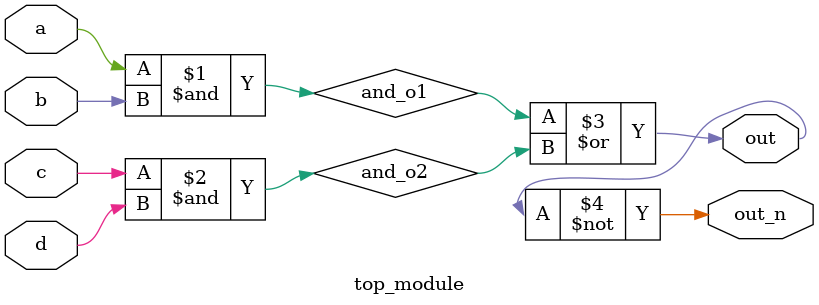
<source format=v>
`default_nettype none
module top_module(
    input a,
    input b,
    input c,
    input d,
    output out,
    output out_n   ); 
    
    wire and_o1;
    wire and_o2;
    
    assign and_o1 = a & b;
    assign and_o2 = c & d;
    assign out = (and_o1 | and_o2);
    assign out_n = ~out; 

endmodule

</source>
